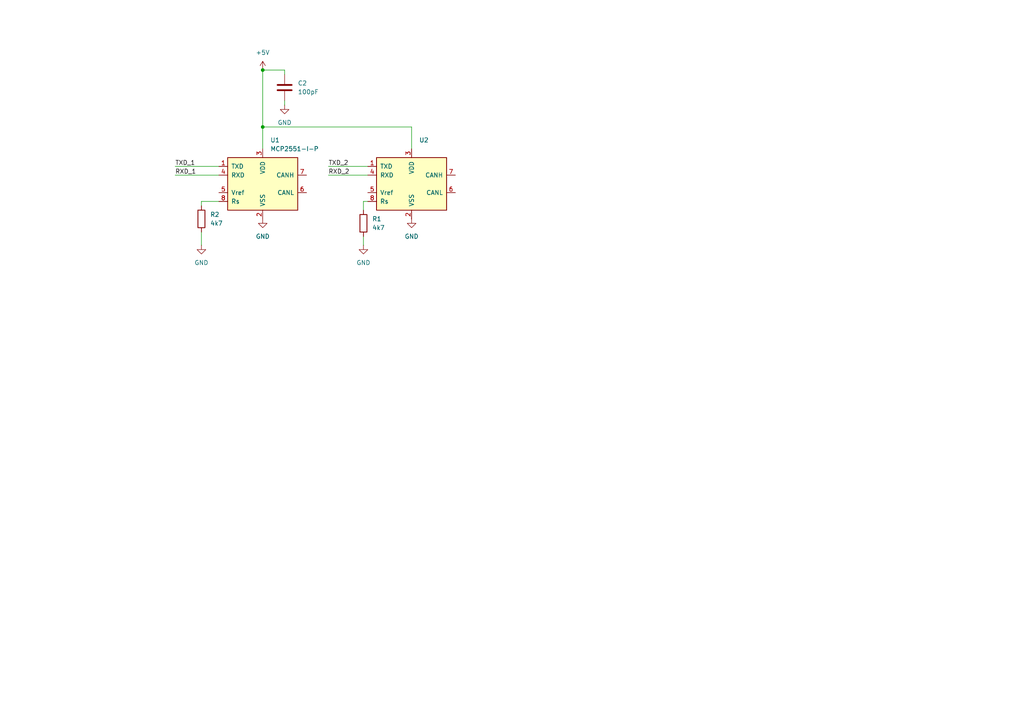
<source format=kicad_sch>
(kicad_sch
	(version 20231120)
	(generator "eeschema")
	(generator_version "8.0")
	(uuid "cd6ecb9b-edda-4b29-9485-a27aaddec66a")
	(paper "A4")
	(lib_symbols
		(symbol "Device:C"
			(pin_numbers hide)
			(pin_names
				(offset 0.254)
			)
			(exclude_from_sim no)
			(in_bom yes)
			(on_board yes)
			(property "Reference" "C"
				(at 0.635 2.54 0)
				(effects
					(font
						(size 1.27 1.27)
					)
					(justify left)
				)
			)
			(property "Value" "C"
				(at 0.635 -2.54 0)
				(effects
					(font
						(size 1.27 1.27)
					)
					(justify left)
				)
			)
			(property "Footprint" ""
				(at 0.9652 -3.81 0)
				(effects
					(font
						(size 1.27 1.27)
					)
					(hide yes)
				)
			)
			(property "Datasheet" "~"
				(at 0 0 0)
				(effects
					(font
						(size 1.27 1.27)
					)
					(hide yes)
				)
			)
			(property "Description" "Unpolarized capacitor"
				(at 0 0 0)
				(effects
					(font
						(size 1.27 1.27)
					)
					(hide yes)
				)
			)
			(property "ki_keywords" "cap capacitor"
				(at 0 0 0)
				(effects
					(font
						(size 1.27 1.27)
					)
					(hide yes)
				)
			)
			(property "ki_fp_filters" "C_*"
				(at 0 0 0)
				(effects
					(font
						(size 1.27 1.27)
					)
					(hide yes)
				)
			)
			(symbol "C_0_1"
				(polyline
					(pts
						(xy -2.032 -0.762) (xy 2.032 -0.762)
					)
					(stroke
						(width 0.508)
						(type default)
					)
					(fill
						(type none)
					)
				)
				(polyline
					(pts
						(xy -2.032 0.762) (xy 2.032 0.762)
					)
					(stroke
						(width 0.508)
						(type default)
					)
					(fill
						(type none)
					)
				)
			)
			(symbol "C_1_1"
				(pin passive line
					(at 0 3.81 270)
					(length 2.794)
					(name "~"
						(effects
							(font
								(size 1.27 1.27)
							)
						)
					)
					(number "1"
						(effects
							(font
								(size 1.27 1.27)
							)
						)
					)
				)
				(pin passive line
					(at 0 -3.81 90)
					(length 2.794)
					(name "~"
						(effects
							(font
								(size 1.27 1.27)
							)
						)
					)
					(number "2"
						(effects
							(font
								(size 1.27 1.27)
							)
						)
					)
				)
			)
		)
		(symbol "Device:R"
			(pin_numbers hide)
			(pin_names
				(offset 0)
			)
			(exclude_from_sim no)
			(in_bom yes)
			(on_board yes)
			(property "Reference" "R"
				(at 2.032 0 90)
				(effects
					(font
						(size 1.27 1.27)
					)
				)
			)
			(property "Value" "R"
				(at 0 0 90)
				(effects
					(font
						(size 1.27 1.27)
					)
				)
			)
			(property "Footprint" ""
				(at -1.778 0 90)
				(effects
					(font
						(size 1.27 1.27)
					)
					(hide yes)
				)
			)
			(property "Datasheet" "~"
				(at 0 0 0)
				(effects
					(font
						(size 1.27 1.27)
					)
					(hide yes)
				)
			)
			(property "Description" "Resistor"
				(at 0 0 0)
				(effects
					(font
						(size 1.27 1.27)
					)
					(hide yes)
				)
			)
			(property "ki_keywords" "R res resistor"
				(at 0 0 0)
				(effects
					(font
						(size 1.27 1.27)
					)
					(hide yes)
				)
			)
			(property "ki_fp_filters" "R_*"
				(at 0 0 0)
				(effects
					(font
						(size 1.27 1.27)
					)
					(hide yes)
				)
			)
			(symbol "R_0_1"
				(rectangle
					(start -1.016 -2.54)
					(end 1.016 2.54)
					(stroke
						(width 0.254)
						(type default)
					)
					(fill
						(type none)
					)
				)
			)
			(symbol "R_1_1"
				(pin passive line
					(at 0 3.81 270)
					(length 1.27)
					(name "~"
						(effects
							(font
								(size 1.27 1.27)
							)
						)
					)
					(number "1"
						(effects
							(font
								(size 1.27 1.27)
							)
						)
					)
				)
				(pin passive line
					(at 0 -3.81 90)
					(length 1.27)
					(name "~"
						(effects
							(font
								(size 1.27 1.27)
							)
						)
					)
					(number "2"
						(effects
							(font
								(size 1.27 1.27)
							)
						)
					)
				)
			)
		)
		(symbol "Interface_CAN_LIN:MCP2551-I-P"
			(pin_names
				(offset 1.016)
			)
			(exclude_from_sim no)
			(in_bom yes)
			(on_board yes)
			(property "Reference" "U"
				(at -10.16 8.89 0)
				(effects
					(font
						(size 1.27 1.27)
					)
					(justify left)
				)
			)
			(property "Value" "MCP2551-I-P"
				(at 2.54 8.89 0)
				(effects
					(font
						(size 1.27 1.27)
					)
					(justify left)
				)
			)
			(property "Footprint" "Package_DIP:DIP-8_W7.62mm"
				(at 0 -12.7 0)
				(effects
					(font
						(size 1.27 1.27)
						(italic yes)
					)
					(hide yes)
				)
			)
			(property "Datasheet" "http://ww1.microchip.com/downloads/en/devicedoc/21667d.pdf"
				(at 0 0 0)
				(effects
					(font
						(size 1.27 1.27)
					)
					(hide yes)
				)
			)
			(property "Description" "High-Speed CAN Transceiver, 1Mbps, 5V supply, DIP-8"
				(at 0 0 0)
				(effects
					(font
						(size 1.27 1.27)
					)
					(hide yes)
				)
			)
			(property "ki_keywords" "High-Speed CAN Transceiver"
				(at 0 0 0)
				(effects
					(font
						(size 1.27 1.27)
					)
					(hide yes)
				)
			)
			(property "ki_fp_filters" "DIP*W7.62mm*"
				(at 0 0 0)
				(effects
					(font
						(size 1.27 1.27)
					)
					(hide yes)
				)
			)
			(symbol "MCP2551-I-P_0_1"
				(rectangle
					(start -10.16 7.62)
					(end 10.16 -7.62)
					(stroke
						(width 0.254)
						(type default)
					)
					(fill
						(type background)
					)
				)
			)
			(symbol "MCP2551-I-P_1_1"
				(pin input line
					(at -12.7 5.08 0)
					(length 2.54)
					(name "TXD"
						(effects
							(font
								(size 1.27 1.27)
							)
						)
					)
					(number "1"
						(effects
							(font
								(size 1.27 1.27)
							)
						)
					)
				)
				(pin power_in line
					(at 0 -10.16 90)
					(length 2.54)
					(name "VSS"
						(effects
							(font
								(size 1.27 1.27)
							)
						)
					)
					(number "2"
						(effects
							(font
								(size 1.27 1.27)
							)
						)
					)
				)
				(pin power_in line
					(at 0 10.16 270)
					(length 2.54)
					(name "VDD"
						(effects
							(font
								(size 1.27 1.27)
							)
						)
					)
					(number "3"
						(effects
							(font
								(size 1.27 1.27)
							)
						)
					)
				)
				(pin output line
					(at -12.7 2.54 0)
					(length 2.54)
					(name "RXD"
						(effects
							(font
								(size 1.27 1.27)
							)
						)
					)
					(number "4"
						(effects
							(font
								(size 1.27 1.27)
							)
						)
					)
				)
				(pin power_out line
					(at -12.7 -2.54 0)
					(length 2.54)
					(name "Vref"
						(effects
							(font
								(size 1.27 1.27)
							)
						)
					)
					(number "5"
						(effects
							(font
								(size 1.27 1.27)
							)
						)
					)
				)
				(pin bidirectional line
					(at 12.7 -2.54 180)
					(length 2.54)
					(name "CANL"
						(effects
							(font
								(size 1.27 1.27)
							)
						)
					)
					(number "6"
						(effects
							(font
								(size 1.27 1.27)
							)
						)
					)
				)
				(pin bidirectional line
					(at 12.7 2.54 180)
					(length 2.54)
					(name "CANH"
						(effects
							(font
								(size 1.27 1.27)
							)
						)
					)
					(number "7"
						(effects
							(font
								(size 1.27 1.27)
							)
						)
					)
				)
				(pin input line
					(at -12.7 -5.08 0)
					(length 2.54)
					(name "Rs"
						(effects
							(font
								(size 1.27 1.27)
							)
						)
					)
					(number "8"
						(effects
							(font
								(size 1.27 1.27)
							)
						)
					)
				)
			)
		)
		(symbol "power:+5V"
			(power)
			(pin_numbers hide)
			(pin_names
				(offset 0) hide)
			(exclude_from_sim no)
			(in_bom yes)
			(on_board yes)
			(property "Reference" "#PWR"
				(at 0 -3.81 0)
				(effects
					(font
						(size 1.27 1.27)
					)
					(hide yes)
				)
			)
			(property "Value" "+5V"
				(at 0 3.556 0)
				(effects
					(font
						(size 1.27 1.27)
					)
				)
			)
			(property "Footprint" ""
				(at 0 0 0)
				(effects
					(font
						(size 1.27 1.27)
					)
					(hide yes)
				)
			)
			(property "Datasheet" ""
				(at 0 0 0)
				(effects
					(font
						(size 1.27 1.27)
					)
					(hide yes)
				)
			)
			(property "Description" "Power symbol creates a global label with name \"+5V\""
				(at 0 0 0)
				(effects
					(font
						(size 1.27 1.27)
					)
					(hide yes)
				)
			)
			(property "ki_keywords" "global power"
				(at 0 0 0)
				(effects
					(font
						(size 1.27 1.27)
					)
					(hide yes)
				)
			)
			(symbol "+5V_0_1"
				(polyline
					(pts
						(xy -0.762 1.27) (xy 0 2.54)
					)
					(stroke
						(width 0)
						(type default)
					)
					(fill
						(type none)
					)
				)
				(polyline
					(pts
						(xy 0 0) (xy 0 2.54)
					)
					(stroke
						(width 0)
						(type default)
					)
					(fill
						(type none)
					)
				)
				(polyline
					(pts
						(xy 0 2.54) (xy 0.762 1.27)
					)
					(stroke
						(width 0)
						(type default)
					)
					(fill
						(type none)
					)
				)
			)
			(symbol "+5V_1_1"
				(pin power_in line
					(at 0 0 90)
					(length 0)
					(name "~"
						(effects
							(font
								(size 1.27 1.27)
							)
						)
					)
					(number "1"
						(effects
							(font
								(size 1.27 1.27)
							)
						)
					)
				)
			)
		)
		(symbol "power:GND"
			(power)
			(pin_numbers hide)
			(pin_names
				(offset 0) hide)
			(exclude_from_sim no)
			(in_bom yes)
			(on_board yes)
			(property "Reference" "#PWR"
				(at 0 -6.35 0)
				(effects
					(font
						(size 1.27 1.27)
					)
					(hide yes)
				)
			)
			(property "Value" "GND"
				(at 0 -3.81 0)
				(effects
					(font
						(size 1.27 1.27)
					)
				)
			)
			(property "Footprint" ""
				(at 0 0 0)
				(effects
					(font
						(size 1.27 1.27)
					)
					(hide yes)
				)
			)
			(property "Datasheet" ""
				(at 0 0 0)
				(effects
					(font
						(size 1.27 1.27)
					)
					(hide yes)
				)
			)
			(property "Description" "Power symbol creates a global label with name \"GND\" , ground"
				(at 0 0 0)
				(effects
					(font
						(size 1.27 1.27)
					)
					(hide yes)
				)
			)
			(property "ki_keywords" "global power"
				(at 0 0 0)
				(effects
					(font
						(size 1.27 1.27)
					)
					(hide yes)
				)
			)
			(symbol "GND_0_1"
				(polyline
					(pts
						(xy 0 0) (xy 0 -1.27) (xy 1.27 -1.27) (xy 0 -2.54) (xy -1.27 -1.27) (xy 0 -1.27)
					)
					(stroke
						(width 0)
						(type default)
					)
					(fill
						(type none)
					)
				)
			)
			(symbol "GND_1_1"
				(pin power_in line
					(at 0 0 270)
					(length 0)
					(name "~"
						(effects
							(font
								(size 1.27 1.27)
							)
						)
					)
					(number "1"
						(effects
							(font
								(size 1.27 1.27)
							)
						)
					)
				)
			)
		)
	)
	(junction
		(at 76.2 20.32)
		(diameter 0)
		(color 0 0 0 0)
		(uuid "23143387-a783-4d67-a2a2-8d27cb516d48")
	)
	(junction
		(at 76.2 36.83)
		(diameter 0)
		(color 0 0 0 0)
		(uuid "7ee8c18d-716c-4622-b55e-fa76ab4bbb68")
	)
	(wire
		(pts
			(xy 82.55 20.32) (xy 76.2 20.32)
		)
		(stroke
			(width 0)
			(type default)
		)
		(uuid "07464181-0c67-4d43-b9ea-1e9764380228")
	)
	(wire
		(pts
			(xy 82.55 21.59) (xy 82.55 20.32)
		)
		(stroke
			(width 0)
			(type default)
		)
		(uuid "2ad07286-a211-4c85-80ce-8d2a78854058")
	)
	(wire
		(pts
			(xy 76.2 36.83) (xy 119.38 36.83)
		)
		(stroke
			(width 0)
			(type default)
		)
		(uuid "5e28758b-3e89-49e9-a6ca-8eba70cd3b13")
	)
	(wire
		(pts
			(xy 119.38 36.83) (xy 119.38 43.18)
		)
		(stroke
			(width 0)
			(type default)
		)
		(uuid "5f1c5ee5-0de9-4669-824a-d25998f313c4")
	)
	(wire
		(pts
			(xy 58.42 67.31) (xy 58.42 71.12)
		)
		(stroke
			(width 0)
			(type default)
		)
		(uuid "afe8f4e2-4b6c-4180-b60e-f5d95d25321e")
	)
	(wire
		(pts
			(xy 105.41 68.58) (xy 105.41 71.12)
		)
		(stroke
			(width 0)
			(type default)
		)
		(uuid "b3258c45-9dea-427f-9535-c93fa6be7298")
	)
	(wire
		(pts
			(xy 58.42 58.42) (xy 58.42 59.69)
		)
		(stroke
			(width 0)
			(type default)
		)
		(uuid "bea5335f-8f6b-4754-a268-532d091a3240")
	)
	(wire
		(pts
			(xy 82.55 30.48) (xy 82.55 29.21)
		)
		(stroke
			(width 0)
			(type default)
		)
		(uuid "c9769e59-cedd-413b-9120-0a95de7194d3")
	)
	(wire
		(pts
			(xy 63.5 48.26) (xy 50.8 48.26)
		)
		(stroke
			(width 0)
			(type default)
		)
		(uuid "ca865b1d-c50b-42ee-a8e1-72266d1ccb8e")
	)
	(wire
		(pts
			(xy 106.68 50.8) (xy 95.25 50.8)
		)
		(stroke
			(width 0)
			(type default)
		)
		(uuid "cea67b60-0e8d-459c-91d4-f50a79ba9e3f")
	)
	(wire
		(pts
			(xy 76.2 20.32) (xy 76.2 36.83)
		)
		(stroke
			(width 0)
			(type default)
		)
		(uuid "cf259c49-cd1c-4c2e-82c7-3f66f0347906")
	)
	(wire
		(pts
			(xy 63.5 58.42) (xy 58.42 58.42)
		)
		(stroke
			(width 0)
			(type default)
		)
		(uuid "cf801603-d5de-482c-98ca-67ca0ffa798e")
	)
	(wire
		(pts
			(xy 76.2 43.18) (xy 76.2 36.83)
		)
		(stroke
			(width 0)
			(type default)
		)
		(uuid "d0696205-3286-4088-a58f-c0cef3f8f709")
	)
	(wire
		(pts
			(xy 106.68 58.42) (xy 105.41 58.42)
		)
		(stroke
			(width 0)
			(type default)
		)
		(uuid "d6f11ddb-d8fc-42cf-a2b2-d5fd362066a8")
	)
	(wire
		(pts
			(xy 63.5 50.8) (xy 50.8 50.8)
		)
		(stroke
			(width 0)
			(type default)
		)
		(uuid "ea324a04-60ab-465a-8cff-3779a61c935e")
	)
	(wire
		(pts
			(xy 106.68 48.26) (xy 95.25 48.26)
		)
		(stroke
			(width 0)
			(type default)
		)
		(uuid "ed416f5a-e357-4fa0-a509-69c19f789585")
	)
	(wire
		(pts
			(xy 105.41 58.42) (xy 105.41 60.96)
		)
		(stroke
			(width 0)
			(type default)
		)
		(uuid "efab77fc-6c9e-403e-b211-4da718ff0e4b")
	)
	(label "RXD_2"
		(at 95.25 50.8 0)
		(fields_autoplaced yes)
		(effects
			(font
				(size 1.27 1.27)
			)
			(justify left bottom)
		)
		(uuid "3d3b3c0b-50f8-4d0b-8fa4-8a2c13872d53")
	)
	(label "TXD_2"
		(at 95.25 48.26 0)
		(fields_autoplaced yes)
		(effects
			(font
				(size 1.27 1.27)
			)
			(justify left bottom)
		)
		(uuid "5cc65fed-1d9b-4e42-b86b-05e835e79bee")
	)
	(label "TXD_1"
		(at 50.8 48.26 0)
		(fields_autoplaced yes)
		(effects
			(font
				(size 1.27 1.27)
			)
			(justify left bottom)
		)
		(uuid "717a9af2-15cb-4d33-95e6-2047dde14fd4")
	)
	(label "RXD_1"
		(at 50.8 50.8 0)
		(fields_autoplaced yes)
		(effects
			(font
				(size 1.27 1.27)
			)
			(justify left bottom)
		)
		(uuid "9261e03b-01c9-4492-a7ec-c0f71c1bb13e")
	)
	(symbol
		(lib_id "Interface_CAN_LIN:MCP2551-I-P")
		(at 119.38 53.34 0)
		(unit 1)
		(exclude_from_sim no)
		(in_bom yes)
		(on_board yes)
		(dnp no)
		(fields_autoplaced yes)
		(uuid "0f2f49be-c17f-4ed9-ba11-91ad76b809da")
		(property "Reference" "U2"
			(at 121.5741 40.64 0)
			(effects
				(font
					(size 1.27 1.27)
				)
				(justify left)
			)
		)
		(property "Value" "MCP2551-I-P"
			(at 121.5741 43.18 0)
			(effects
				(font
					(size 1.27 1.27)
				)
				(justify left)
				(hide yes)
			)
		)
		(property "Footprint" "Package_DIP:DIP-8_W7.62mm"
			(at 119.38 66.04 0)
			(effects
				(font
					(size 1.27 1.27)
					(italic yes)
				)
				(hide yes)
			)
		)
		(property "Datasheet" "http://ww1.microchip.com/downloads/en/devicedoc/21667d.pdf"
			(at 119.38 53.34 0)
			(effects
				(font
					(size 1.27 1.27)
				)
				(hide yes)
			)
		)
		(property "Description" "High-Speed CAN Transceiver, 1Mbps, 5V supply, DIP-8"
			(at 119.38 53.34 0)
			(effects
				(font
					(size 1.27 1.27)
				)
				(hide yes)
			)
		)
		(pin "4"
			(uuid "e6963772-1d50-4099-a102-230ab48d4191")
		)
		(pin "6"
			(uuid "c043c76a-4d09-4b29-a79d-f34cd097aaed")
		)
		(pin "2"
			(uuid "f204e66c-796e-4f76-bd5f-9a215c3153b9")
		)
		(pin "1"
			(uuid "5d5dda57-db39-44aa-ae12-cc64eb3c0758")
		)
		(pin "5"
			(uuid "abc82c10-d672-4a63-99fd-fc810d4102c2")
		)
		(pin "3"
			(uuid "bd81c764-d0c0-4919-a725-1fac73cd6800")
		)
		(pin "7"
			(uuid "b27ceff1-3d6c-4175-9e2d-4a6e220cab7f")
		)
		(pin "8"
			(uuid "1a0bfa73-b1cc-4657-8d39-bbc720e919d1")
		)
		(instances
			(project "Jetson_can_transceiver"
				(path "/cd6ecb9b-edda-4b29-9485-a27aaddec66a"
					(reference "U2")
					(unit 1)
				)
			)
		)
	)
	(symbol
		(lib_id "power:GND")
		(at 105.41 71.12 0)
		(unit 1)
		(exclude_from_sim no)
		(in_bom yes)
		(on_board yes)
		(dnp no)
		(fields_autoplaced yes)
		(uuid "23a12f36-9104-4e92-b053-3daca5dc10a1")
		(property "Reference" "#PWR05"
			(at 105.41 77.47 0)
			(effects
				(font
					(size 1.27 1.27)
				)
				(hide yes)
			)
		)
		(property "Value" "GND"
			(at 105.41 76.2 0)
			(effects
				(font
					(size 1.27 1.27)
				)
			)
		)
		(property "Footprint" ""
			(at 105.41 71.12 0)
			(effects
				(font
					(size 1.27 1.27)
				)
				(hide yes)
			)
		)
		(property "Datasheet" ""
			(at 105.41 71.12 0)
			(effects
				(font
					(size 1.27 1.27)
				)
				(hide yes)
			)
		)
		(property "Description" "Power symbol creates a global label with name \"GND\" , ground"
			(at 105.41 71.12 0)
			(effects
				(font
					(size 1.27 1.27)
				)
				(hide yes)
			)
		)
		(pin "1"
			(uuid "f8416213-d934-4305-8ec5-c9d678bef59a")
		)
		(instances
			(project "Jetson_can_transceiver"
				(path "/cd6ecb9b-edda-4b29-9485-a27aaddec66a"
					(reference "#PWR05")
					(unit 1)
				)
			)
		)
	)
	(symbol
		(lib_id "power:GND")
		(at 76.2 63.5 0)
		(unit 1)
		(exclude_from_sim no)
		(in_bom yes)
		(on_board yes)
		(dnp no)
		(fields_autoplaced yes)
		(uuid "467a76d1-33a5-42d1-b39c-06cdca8bfd24")
		(property "Reference" "#PWR04"
			(at 76.2 69.85 0)
			(effects
				(font
					(size 1.27 1.27)
				)
				(hide yes)
			)
		)
		(property "Value" "GND"
			(at 76.2 68.58 0)
			(effects
				(font
					(size 1.27 1.27)
				)
			)
		)
		(property "Footprint" ""
			(at 76.2 63.5 0)
			(effects
				(font
					(size 1.27 1.27)
				)
				(hide yes)
			)
		)
		(property "Datasheet" ""
			(at 76.2 63.5 0)
			(effects
				(font
					(size 1.27 1.27)
				)
				(hide yes)
			)
		)
		(property "Description" "Power symbol creates a global label with name \"GND\" , ground"
			(at 76.2 63.5 0)
			(effects
				(font
					(size 1.27 1.27)
				)
				(hide yes)
			)
		)
		(pin "1"
			(uuid "107593a4-a5d6-4f21-ac10-44342ea629df")
		)
		(instances
			(project "Jetson_can_transceiver"
				(path "/cd6ecb9b-edda-4b29-9485-a27aaddec66a"
					(reference "#PWR04")
					(unit 1)
				)
			)
		)
	)
	(symbol
		(lib_id "power:GND")
		(at 82.55 30.48 0)
		(unit 1)
		(exclude_from_sim no)
		(in_bom yes)
		(on_board yes)
		(dnp no)
		(fields_autoplaced yes)
		(uuid "49de1a29-7cce-4bb7-ab7b-605f07ef89be")
		(property "Reference" "#PWR03"
			(at 82.55 36.83 0)
			(effects
				(font
					(size 1.27 1.27)
				)
				(hide yes)
			)
		)
		(property "Value" "GND"
			(at 82.55 35.56 0)
			(effects
				(font
					(size 1.27 1.27)
				)
			)
		)
		(property "Footprint" ""
			(at 82.55 30.48 0)
			(effects
				(font
					(size 1.27 1.27)
				)
				(hide yes)
			)
		)
		(property "Datasheet" ""
			(at 82.55 30.48 0)
			(effects
				(font
					(size 1.27 1.27)
				)
				(hide yes)
			)
		)
		(property "Description" "Power symbol creates a global label with name \"GND\" , ground"
			(at 82.55 30.48 0)
			(effects
				(font
					(size 1.27 1.27)
				)
				(hide yes)
			)
		)
		(pin "1"
			(uuid "80dd7402-9b60-4a4f-a878-2c4db1ce3748")
		)
		(instances
			(project ""
				(path "/cd6ecb9b-edda-4b29-9485-a27aaddec66a"
					(reference "#PWR03")
					(unit 1)
				)
			)
		)
	)
	(symbol
		(lib_id "power:GND")
		(at 58.42 71.12 0)
		(unit 1)
		(exclude_from_sim no)
		(in_bom yes)
		(on_board yes)
		(dnp no)
		(fields_autoplaced yes)
		(uuid "4ed99912-60a9-482a-901c-00d4d61ca76d")
		(property "Reference" "#PWR06"
			(at 58.42 77.47 0)
			(effects
				(font
					(size 1.27 1.27)
				)
				(hide yes)
			)
		)
		(property "Value" "GND"
			(at 58.42 76.2 0)
			(effects
				(font
					(size 1.27 1.27)
				)
			)
		)
		(property "Footprint" ""
			(at 58.42 71.12 0)
			(effects
				(font
					(size 1.27 1.27)
				)
				(hide yes)
			)
		)
		(property "Datasheet" ""
			(at 58.42 71.12 0)
			(effects
				(font
					(size 1.27 1.27)
				)
				(hide yes)
			)
		)
		(property "Description" "Power symbol creates a global label with name \"GND\" , ground"
			(at 58.42 71.12 0)
			(effects
				(font
					(size 1.27 1.27)
				)
				(hide yes)
			)
		)
		(pin "1"
			(uuid "131bfb25-3954-4ce9-8650-7f38dfd886a0")
		)
		(instances
			(project "Jetson_can_transceiver"
				(path "/cd6ecb9b-edda-4b29-9485-a27aaddec66a"
					(reference "#PWR06")
					(unit 1)
				)
			)
		)
	)
	(symbol
		(lib_id "power:+5V")
		(at 76.2 20.32 0)
		(unit 1)
		(exclude_from_sim no)
		(in_bom yes)
		(on_board yes)
		(dnp no)
		(fields_autoplaced yes)
		(uuid "5f53255d-bda0-4ff3-8859-77d919b50fd3")
		(property "Reference" "#PWR01"
			(at 76.2 24.13 0)
			(effects
				(font
					(size 1.27 1.27)
				)
				(hide yes)
			)
		)
		(property "Value" "+5V"
			(at 76.2 15.24 0)
			(effects
				(font
					(size 1.27 1.27)
				)
			)
		)
		(property "Footprint" ""
			(at 76.2 20.32 0)
			(effects
				(font
					(size 1.27 1.27)
				)
				(hide yes)
			)
		)
		(property "Datasheet" ""
			(at 76.2 20.32 0)
			(effects
				(font
					(size 1.27 1.27)
				)
				(hide yes)
			)
		)
		(property "Description" "Power symbol creates a global label with name \"+5V\""
			(at 76.2 20.32 0)
			(effects
				(font
					(size 1.27 1.27)
				)
				(hide yes)
			)
		)
		(pin "1"
			(uuid "15024310-b811-4661-9d6f-768df9c435c1")
		)
		(instances
			(project ""
				(path "/cd6ecb9b-edda-4b29-9485-a27aaddec66a"
					(reference "#PWR01")
					(unit 1)
				)
			)
		)
	)
	(symbol
		(lib_id "power:GND")
		(at 119.38 63.5 0)
		(unit 1)
		(exclude_from_sim no)
		(in_bom yes)
		(on_board yes)
		(dnp no)
		(fields_autoplaced yes)
		(uuid "670e7103-c4c0-4906-be52-9cb284fbb245")
		(property "Reference" "#PWR02"
			(at 119.38 69.85 0)
			(effects
				(font
					(size 1.27 1.27)
				)
				(hide yes)
			)
		)
		(property "Value" "GND"
			(at 119.38 68.58 0)
			(effects
				(font
					(size 1.27 1.27)
				)
			)
		)
		(property "Footprint" ""
			(at 119.38 63.5 0)
			(effects
				(font
					(size 1.27 1.27)
				)
				(hide yes)
			)
		)
		(property "Datasheet" ""
			(at 119.38 63.5 0)
			(effects
				(font
					(size 1.27 1.27)
				)
				(hide yes)
			)
		)
		(property "Description" "Power symbol creates a global label with name \"GND\" , ground"
			(at 119.38 63.5 0)
			(effects
				(font
					(size 1.27 1.27)
				)
				(hide yes)
			)
		)
		(pin "1"
			(uuid "7d5b4a84-dab1-4ab5-99e8-1598756b7676")
		)
		(instances
			(project ""
				(path "/cd6ecb9b-edda-4b29-9485-a27aaddec66a"
					(reference "#PWR02")
					(unit 1)
				)
			)
		)
	)
	(symbol
		(lib_id "Device:C")
		(at 82.55 25.4 0)
		(unit 1)
		(exclude_from_sim no)
		(in_bom yes)
		(on_board yes)
		(dnp no)
		(fields_autoplaced yes)
		(uuid "687ed511-d2b3-48ce-af62-da652f4a4c35")
		(property "Reference" "C2"
			(at 86.36 24.1299 0)
			(effects
				(font
					(size 1.27 1.27)
				)
				(justify left)
			)
		)
		(property "Value" "100pF"
			(at 86.36 26.6699 0)
			(effects
				(font
					(size 1.27 1.27)
				)
				(justify left)
			)
		)
		(property "Footprint" ""
			(at 83.5152 29.21 0)
			(effects
				(font
					(size 1.27 1.27)
				)
				(hide yes)
			)
		)
		(property "Datasheet" "~"
			(at 82.55 25.4 0)
			(effects
				(font
					(size 1.27 1.27)
				)
				(hide yes)
			)
		)
		(property "Description" "Unpolarized capacitor"
			(at 82.55 25.4 0)
			(effects
				(font
					(size 1.27 1.27)
				)
				(hide yes)
			)
		)
		(pin "2"
			(uuid "7ca21baf-4f3c-4fb3-bbc0-aed34aa7b1f7")
		)
		(pin "1"
			(uuid "0d4239fa-605f-4c94-abca-dfb09ecef610")
		)
		(instances
			(project ""
				(path "/cd6ecb9b-edda-4b29-9485-a27aaddec66a"
					(reference "C2")
					(unit 1)
				)
			)
		)
	)
	(symbol
		(lib_id "Device:R")
		(at 105.41 64.77 180)
		(unit 1)
		(exclude_from_sim no)
		(in_bom yes)
		(on_board yes)
		(dnp no)
		(fields_autoplaced yes)
		(uuid "7b728015-069a-422d-9411-80b720eeff64")
		(property "Reference" "R1"
			(at 107.95 63.4999 0)
			(effects
				(font
					(size 1.27 1.27)
				)
				(justify right)
			)
		)
		(property "Value" "4k7"
			(at 107.95 66.0399 0)
			(effects
				(font
					(size 1.27 1.27)
				)
				(justify right)
			)
		)
		(property "Footprint" ""
			(at 107.188 64.77 90)
			(effects
				(font
					(size 1.27 1.27)
				)
				(hide yes)
			)
		)
		(property "Datasheet" "~"
			(at 105.41 64.77 0)
			(effects
				(font
					(size 1.27 1.27)
				)
				(hide yes)
			)
		)
		(property "Description" "Resistor"
			(at 105.41 64.77 0)
			(effects
				(font
					(size 1.27 1.27)
				)
				(hide yes)
			)
		)
		(pin "2"
			(uuid "658d0abd-8d94-4620-b834-1d1ce79e6024")
		)
		(pin "1"
			(uuid "96da6e1d-3878-4193-b8c4-9c176b4922f4")
		)
		(instances
			(project "Jetson_can_transceiver"
				(path "/cd6ecb9b-edda-4b29-9485-a27aaddec66a"
					(reference "R1")
					(unit 1)
				)
			)
		)
	)
	(symbol
		(lib_id "Device:R")
		(at 58.42 63.5 180)
		(unit 1)
		(exclude_from_sim no)
		(in_bom yes)
		(on_board yes)
		(dnp no)
		(fields_autoplaced yes)
		(uuid "87b0b935-207c-49da-ae82-3d5c9bc7a9fb")
		(property "Reference" "R2"
			(at 60.96 62.2299 0)
			(effects
				(font
					(size 1.27 1.27)
				)
				(justify right)
			)
		)
		(property "Value" "4k7"
			(at 60.96 64.7699 0)
			(effects
				(font
					(size 1.27 1.27)
				)
				(justify right)
			)
		)
		(property "Footprint" ""
			(at 60.198 63.5 90)
			(effects
				(font
					(size 1.27 1.27)
				)
				(hide yes)
			)
		)
		(property "Datasheet" "~"
			(at 58.42 63.5 0)
			(effects
				(font
					(size 1.27 1.27)
				)
				(hide yes)
			)
		)
		(property "Description" "Resistor"
			(at 58.42 63.5 0)
			(effects
				(font
					(size 1.27 1.27)
				)
				(hide yes)
			)
		)
		(pin "2"
			(uuid "d7a91bcb-e21e-40aa-b677-4c56707c701e")
		)
		(pin "1"
			(uuid "affab3a5-287f-4873-b0d9-dcddc0ecc86f")
		)
		(instances
			(project "Jetson_can_transceiver"
				(path "/cd6ecb9b-edda-4b29-9485-a27aaddec66a"
					(reference "R2")
					(unit 1)
				)
			)
		)
	)
	(symbol
		(lib_id "Interface_CAN_LIN:MCP2551-I-P")
		(at 76.2 53.34 0)
		(unit 1)
		(exclude_from_sim no)
		(in_bom yes)
		(on_board yes)
		(dnp no)
		(fields_autoplaced yes)
		(uuid "d57b2fe8-c1ce-45f6-b01a-e39c521f59ea")
		(property "Reference" "U1"
			(at 78.3941 40.64 0)
			(effects
				(font
					(size 1.27 1.27)
				)
				(justify left)
			)
		)
		(property "Value" "MCP2551-I-P"
			(at 78.3941 43.18 0)
			(effects
				(font
					(size 1.27 1.27)
				)
				(justify left)
			)
		)
		(property "Footprint" "Package_DIP:DIP-8_W7.62mm"
			(at 76.2 66.04 0)
			(effects
				(font
					(size 1.27 1.27)
					(italic yes)
				)
				(hide yes)
			)
		)
		(property "Datasheet" "http://ww1.microchip.com/downloads/en/devicedoc/21667d.pdf"
			(at 76.2 53.34 0)
			(effects
				(font
					(size 1.27 1.27)
				)
				(hide yes)
			)
		)
		(property "Description" "High-Speed CAN Transceiver, 1Mbps, 5V supply, DIP-8"
			(at 76.2 53.34 0)
			(effects
				(font
					(size 1.27 1.27)
				)
				(hide yes)
			)
		)
		(pin "4"
			(uuid "a99566fa-6399-42d0-a728-92762a791501")
		)
		(pin "6"
			(uuid "03870ae3-231b-4d3d-8410-5fac6797de9f")
		)
		(pin "2"
			(uuid "cad18151-bf02-4c0a-abc9-10729e5c55a2")
		)
		(pin "1"
			(uuid "10e833b5-4f78-4128-91c5-baa1dd6e94e9")
		)
		(pin "5"
			(uuid "975ed8ee-5e0f-4e2d-a184-6339c11376f5")
		)
		(pin "3"
			(uuid "27df9481-a69e-45a8-9e66-6a3d10f00061")
		)
		(pin "7"
			(uuid "8176dbe1-7e76-4566-a276-fed5d1a34998")
		)
		(pin "8"
			(uuid "275afa97-308d-4a71-9243-32c3de40b03b")
		)
		(instances
			(project "Jetson_can_transceiver"
				(path "/cd6ecb9b-edda-4b29-9485-a27aaddec66a"
					(reference "U1")
					(unit 1)
				)
			)
		)
	)
	(sheet_instances
		(path "/"
			(page "1")
		)
	)
)

</source>
